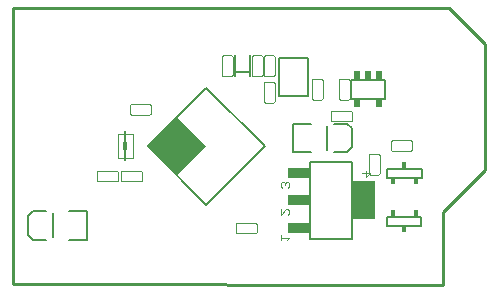
<source format=gbo>
G75*
G70*
%OFA0B0*%
%FSLAX24Y24*%
%IPPOS*%
%LPD*%
%AMOC8*
5,1,8,0,0,1.08239X$1,22.5*
%
%ADD10C,0.0100*%
%ADD11C,0.0030*%
%ADD12C,0.0050*%
%ADD13C,0.0028*%
%ADD14R,0.0118X0.0276*%
%ADD15C,0.0060*%
%ADD16R,0.0197X0.0256*%
%ADD17R,0.0150X0.0200*%
%ADD18C,0.0080*%
%ADD19R,0.1378X0.1378*%
%ADD20C,0.0040*%
%ADD21R,0.0730X0.1260*%
%ADD22R,0.0730X0.0340*%
D10*
X001820Y001850D02*
X016150Y001840D01*
X016150Y004250D01*
X017550Y005650D01*
X017550Y009850D01*
X017530Y009870D02*
X016350Y011050D01*
X001820Y011060D01*
X001820Y001850D01*
D11*
X004650Y005275D02*
X005250Y005275D01*
X005263Y005277D01*
X005275Y005282D01*
X005285Y005290D01*
X005293Y005300D01*
X005298Y005312D01*
X005300Y005325D01*
X005300Y005575D01*
X005298Y005588D01*
X005293Y005600D01*
X005285Y005610D01*
X005275Y005618D01*
X005263Y005623D01*
X005250Y005625D01*
X004650Y005625D01*
X004637Y005623D01*
X004625Y005618D01*
X004615Y005610D01*
X004607Y005600D01*
X004602Y005588D01*
X004600Y005575D01*
X004600Y005325D01*
X004602Y005312D01*
X004607Y005300D01*
X004615Y005290D01*
X004625Y005282D01*
X004637Y005277D01*
X004650Y005275D01*
X005400Y005325D02*
X005400Y005575D01*
X005402Y005588D01*
X005407Y005600D01*
X005415Y005610D01*
X005425Y005618D01*
X005437Y005623D01*
X005450Y005625D01*
X006050Y005625D01*
X006063Y005623D01*
X006075Y005618D01*
X006085Y005610D01*
X006093Y005600D01*
X006098Y005588D01*
X006100Y005575D01*
X006100Y005325D01*
X006098Y005312D01*
X006093Y005300D01*
X006085Y005290D01*
X006075Y005282D01*
X006063Y005277D01*
X006050Y005275D01*
X005450Y005275D01*
X005437Y005277D01*
X005425Y005282D01*
X005415Y005290D01*
X005407Y005300D01*
X005402Y005312D01*
X005400Y005325D01*
X005750Y007505D02*
X006350Y007505D01*
X006363Y007507D01*
X006375Y007512D01*
X006385Y007520D01*
X006393Y007530D01*
X006398Y007542D01*
X006400Y007555D01*
X006400Y007805D01*
X006398Y007818D01*
X006393Y007830D01*
X006385Y007840D01*
X006375Y007848D01*
X006363Y007853D01*
X006350Y007855D01*
X005750Y007855D01*
X005737Y007853D01*
X005725Y007848D01*
X005715Y007840D01*
X005707Y007830D01*
X005702Y007818D01*
X005700Y007805D01*
X005700Y007555D01*
X005702Y007542D01*
X005707Y007530D01*
X005715Y007520D01*
X005725Y007512D01*
X005737Y007507D01*
X005750Y007505D01*
X008775Y008830D02*
X008775Y009430D01*
X008777Y009443D01*
X008782Y009455D01*
X008790Y009465D01*
X008800Y009473D01*
X008812Y009478D01*
X008825Y009480D01*
X009075Y009480D01*
X009088Y009478D01*
X009100Y009473D01*
X009110Y009465D01*
X009118Y009455D01*
X009123Y009443D01*
X009125Y009430D01*
X009125Y008830D01*
X009123Y008817D01*
X009118Y008805D01*
X009110Y008795D01*
X009100Y008787D01*
X009088Y008782D01*
X009075Y008780D01*
X008825Y008780D01*
X008812Y008782D01*
X008800Y008787D01*
X008790Y008795D01*
X008782Y008805D01*
X008777Y008817D01*
X008775Y008830D01*
X009775Y008830D02*
X009775Y009430D01*
X009777Y009443D01*
X009782Y009455D01*
X009790Y009465D01*
X009800Y009473D01*
X009812Y009478D01*
X009825Y009480D01*
X010075Y009480D01*
X010088Y009478D01*
X010100Y009473D01*
X010110Y009465D01*
X010118Y009455D01*
X010123Y009443D01*
X010125Y009430D01*
X010125Y008830D01*
X010123Y008817D01*
X010118Y008805D01*
X010110Y008795D01*
X010100Y008787D01*
X010088Y008782D01*
X010075Y008780D01*
X009825Y008780D01*
X009812Y008782D01*
X009800Y008787D01*
X009790Y008795D01*
X009782Y008805D01*
X009777Y008817D01*
X009775Y008830D01*
X010175Y008830D02*
X010175Y009430D01*
X010177Y009443D01*
X010182Y009455D01*
X010190Y009465D01*
X010200Y009473D01*
X010212Y009478D01*
X010225Y009480D01*
X010475Y009480D01*
X010488Y009478D01*
X010500Y009473D01*
X010510Y009465D01*
X010518Y009455D01*
X010523Y009443D01*
X010525Y009430D01*
X010525Y008830D01*
X010523Y008817D01*
X010518Y008805D01*
X010510Y008795D01*
X010500Y008787D01*
X010488Y008782D01*
X010475Y008780D01*
X010225Y008780D01*
X010212Y008782D01*
X010200Y008787D01*
X010190Y008795D01*
X010182Y008805D01*
X010177Y008817D01*
X010175Y008830D01*
X010225Y008600D02*
X010475Y008600D01*
X010488Y008598D01*
X010500Y008593D01*
X010510Y008585D01*
X010518Y008575D01*
X010523Y008563D01*
X010525Y008550D01*
X010525Y007950D01*
X010523Y007937D01*
X010518Y007925D01*
X010510Y007915D01*
X010500Y007907D01*
X010488Y007902D01*
X010475Y007900D01*
X010225Y007900D01*
X010212Y007902D01*
X010200Y007907D01*
X010190Y007915D01*
X010182Y007925D01*
X010177Y007937D01*
X010175Y007950D01*
X010175Y008550D01*
X010177Y008563D01*
X010182Y008575D01*
X010190Y008585D01*
X010200Y008593D01*
X010212Y008598D01*
X010225Y008600D01*
X011775Y008650D02*
X011775Y008050D01*
X011777Y008037D01*
X011782Y008025D01*
X011790Y008015D01*
X011800Y008007D01*
X011812Y008002D01*
X011825Y008000D01*
X012075Y008000D01*
X012088Y008002D01*
X012100Y008007D01*
X012110Y008015D01*
X012118Y008025D01*
X012123Y008037D01*
X012125Y008050D01*
X012125Y008650D01*
X012123Y008663D01*
X012118Y008675D01*
X012110Y008685D01*
X012100Y008693D01*
X012088Y008698D01*
X012075Y008700D01*
X011825Y008700D01*
X011812Y008698D01*
X011800Y008693D01*
X011790Y008685D01*
X011782Y008675D01*
X011777Y008663D01*
X011775Y008650D01*
X012675Y008650D02*
X012675Y008050D01*
X012677Y008037D01*
X012682Y008025D01*
X012690Y008015D01*
X012700Y008007D01*
X012712Y008002D01*
X012725Y008000D01*
X012975Y008000D01*
X012988Y008002D01*
X013000Y008007D01*
X013010Y008015D01*
X013018Y008025D01*
X013023Y008037D01*
X013025Y008050D01*
X013025Y008650D01*
X013023Y008663D01*
X013018Y008675D01*
X013010Y008685D01*
X013000Y008693D01*
X012988Y008698D01*
X012975Y008700D01*
X012725Y008700D01*
X012712Y008698D01*
X012700Y008693D01*
X012690Y008685D01*
X012682Y008675D01*
X012677Y008663D01*
X012675Y008650D01*
X012450Y007625D02*
X013050Y007625D01*
X013063Y007623D01*
X013075Y007618D01*
X013085Y007610D01*
X013093Y007600D01*
X013098Y007588D01*
X013100Y007575D01*
X013100Y007325D01*
X013098Y007312D01*
X013093Y007300D01*
X013085Y007290D01*
X013075Y007282D01*
X013063Y007277D01*
X013050Y007275D01*
X012450Y007275D01*
X012437Y007277D01*
X012425Y007282D01*
X012415Y007290D01*
X012407Y007300D01*
X012402Y007312D01*
X012400Y007325D01*
X012400Y007575D01*
X012402Y007588D01*
X012407Y007600D01*
X012415Y007610D01*
X012425Y007618D01*
X012437Y007623D01*
X012450Y007625D01*
X014400Y006595D02*
X014400Y006345D01*
X014402Y006332D01*
X014407Y006320D01*
X014415Y006310D01*
X014425Y006302D01*
X014437Y006297D01*
X014450Y006295D01*
X015050Y006295D01*
X015063Y006297D01*
X015075Y006302D01*
X015085Y006310D01*
X015093Y006320D01*
X015098Y006332D01*
X015100Y006345D01*
X015100Y006595D01*
X015098Y006608D01*
X015093Y006620D01*
X015085Y006630D01*
X015075Y006638D01*
X015063Y006643D01*
X015050Y006645D01*
X014450Y006645D01*
X014437Y006643D01*
X014425Y006638D01*
X014415Y006630D01*
X014407Y006620D01*
X014402Y006608D01*
X014400Y006595D01*
X013975Y006200D02*
X013725Y006200D01*
X013712Y006198D01*
X013700Y006193D01*
X013690Y006185D01*
X013682Y006175D01*
X013677Y006163D01*
X013675Y006150D01*
X013675Y005550D01*
X013677Y005537D01*
X013682Y005525D01*
X013690Y005515D01*
X013700Y005507D01*
X013712Y005502D01*
X013725Y005500D01*
X013975Y005500D01*
X013988Y005502D01*
X014000Y005507D01*
X014010Y005515D01*
X014018Y005525D01*
X014023Y005537D01*
X014025Y005550D01*
X014025Y006150D01*
X014023Y006163D01*
X014018Y006175D01*
X014010Y006185D01*
X014000Y006193D01*
X013988Y006198D01*
X013975Y006200D01*
X009930Y003845D02*
X009930Y003595D01*
X009928Y003582D01*
X009923Y003570D01*
X009915Y003560D01*
X009905Y003552D01*
X009893Y003547D01*
X009880Y003545D01*
X009280Y003545D01*
X009267Y003547D01*
X009255Y003552D01*
X009245Y003560D01*
X009237Y003570D01*
X009232Y003582D01*
X009230Y003595D01*
X009230Y003845D01*
X009232Y003858D01*
X009237Y003870D01*
X009245Y003880D01*
X009255Y003888D01*
X009267Y003893D01*
X009280Y003895D01*
X009880Y003895D01*
X009893Y003893D01*
X009905Y003888D01*
X009915Y003880D01*
X009923Y003870D01*
X009928Y003858D01*
X009930Y003845D01*
D12*
X012280Y006330D02*
X012280Y007130D01*
X011642Y008120D02*
X011642Y009380D01*
X010658Y009380D01*
X010658Y008120D01*
X011642Y008120D01*
X005550Y006962D02*
X005550Y005978D01*
X005550Y006017D02*
X005550Y006883D01*
X003140Y004210D02*
X003140Y003410D01*
D13*
X005304Y006056D02*
X005796Y006056D01*
X005796Y006844D01*
X005304Y006844D01*
X005304Y006056D01*
D14*
X005550Y006450D03*
D15*
X013090Y008031D02*
X013127Y008031D01*
X013090Y008031D02*
X014210Y008031D01*
X014173Y008031D01*
X014210Y008031D02*
X014210Y008669D01*
X014173Y008669D01*
X014210Y008669D02*
X013090Y008669D01*
X013127Y008669D01*
X013090Y008669D02*
X013090Y008031D01*
X013444Y008031D02*
X013856Y008031D01*
X013856Y008669D02*
X013819Y008669D01*
X013481Y008669D02*
X013444Y008669D01*
X014290Y005700D02*
X014290Y005400D01*
X015430Y005400D01*
X015430Y005700D01*
X014290Y005700D01*
X014270Y004100D02*
X014270Y003800D01*
X015410Y003800D01*
X015410Y004100D01*
X014270Y004100D01*
D16*
X014024Y007887D03*
X013276Y007887D03*
X013276Y008813D03*
X013650Y008813D03*
X014024Y008813D03*
D17*
X014855Y005820D03*
X014475Y005280D03*
X015235Y005280D03*
X015225Y004220D03*
X014845Y003680D03*
X014465Y004220D03*
D18*
X013120Y003360D02*
X013120Y005940D01*
X011720Y005940D01*
X011720Y003360D01*
X013120Y003360D01*
X012957Y006258D02*
X012524Y006258D01*
X012957Y006258D02*
X013114Y006415D01*
X013114Y007045D01*
X012957Y007202D01*
X012524Y007202D01*
X011736Y007202D02*
X011146Y007202D01*
X011146Y006258D01*
X011736Y006258D01*
X010199Y006450D02*
X008250Y004501D01*
X006301Y006450D01*
X008250Y008399D01*
X010199Y006450D01*
X009706Y008776D02*
X009706Y008933D01*
X009194Y008933D01*
X009194Y009484D01*
X009706Y009484D02*
X009706Y008933D01*
X009194Y008933D02*
X009194Y008776D01*
X004274Y004282D02*
X003684Y004282D01*
X004274Y004282D02*
X004274Y003338D01*
X003684Y003338D01*
X002896Y003338D02*
X002463Y003338D01*
X002306Y003495D01*
X002306Y004125D01*
X002463Y004282D01*
X002896Y004282D01*
D19*
G36*
X007276Y005476D02*
X006302Y006450D01*
X007276Y007424D01*
X008250Y006450D01*
X007276Y005476D01*
G37*
D20*
X010740Y005212D02*
X010740Y005119D01*
X010787Y005072D01*
X010880Y005165D02*
X010880Y005212D01*
X010833Y005259D01*
X010787Y005259D01*
X010740Y005212D01*
X010880Y005212D02*
X010927Y005259D01*
X010974Y005259D01*
X011020Y005212D01*
X011020Y005119D01*
X010974Y005072D01*
X010970Y004349D02*
X011017Y004302D01*
X011017Y004209D01*
X010970Y004162D01*
X010970Y004349D02*
X010923Y004349D01*
X010736Y004162D01*
X010736Y004349D01*
X010740Y003498D02*
X010740Y003311D01*
X010740Y003404D02*
X011020Y003404D01*
X010927Y003311D01*
X013580Y005420D02*
X013580Y005607D01*
X013440Y005560D02*
X013720Y005560D01*
X013580Y005420D01*
D21*
X013495Y004650D03*
X013495Y004650D03*
D22*
X011345Y004650D03*
X011345Y004650D03*
X011345Y005560D03*
X011345Y005560D03*
X011345Y003740D03*
X011345Y003740D03*
M02*

</source>
